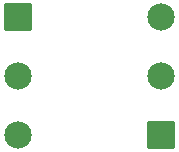
<source format=gbr>
%TF.GenerationSoftware,KiCad,Pcbnew,8.0.6-8.0.6-0~ubuntu22.04.1*%
%TF.CreationDate,2025-01-28T14:04:11+10:30*%
%TF.ProjectId,wetmate,7765746d-6174-4652-9e6b-696361645f70,rev?*%
%TF.SameCoordinates,Original*%
%TF.FileFunction,Soldermask,Top*%
%TF.FilePolarity,Negative*%
%FSLAX46Y46*%
G04 Gerber Fmt 4.6, Leading zero omitted, Abs format (unit mm)*
G04 Created by KiCad (PCBNEW 8.0.6-8.0.6-0~ubuntu22.04.1) date 2025-01-28 14:04:11*
%MOMM*%
%LPD*%
G01*
G04 APERTURE LIST*
G04 Aperture macros list*
%AMRoundRect*
0 Rectangle with rounded corners*
0 $1 Rounding radius*
0 $2 $3 $4 $5 $6 $7 $8 $9 X,Y pos of 4 corners*
0 Add a 4 corners polygon primitive as box body*
4,1,4,$2,$3,$4,$5,$6,$7,$8,$9,$2,$3,0*
0 Add four circle primitives for the rounded corners*
1,1,$1+$1,$2,$3*
1,1,$1+$1,$4,$5*
1,1,$1+$1,$6,$7*
1,1,$1+$1,$8,$9*
0 Add four rect primitives between the rounded corners*
20,1,$1+$1,$2,$3,$4,$5,0*
20,1,$1+$1,$4,$5,$6,$7,0*
20,1,$1+$1,$6,$7,$8,$9,0*
20,1,$1+$1,$8,$9,$2,$3,0*%
G04 Aperture macros list end*
%ADD10RoundRect,0.102000X-1.050000X1.050000X-1.050000X-1.050000X1.050000X-1.050000X1.050000X1.050000X0*%
%ADD11C,2.304000*%
%ADD12RoundRect,0.102000X1.050000X-1.050000X1.050000X1.050000X-1.050000X1.050000X-1.050000X-1.050000X0*%
G04 APERTURE END LIST*
D10*
%TO.C,J1*%
X109000000Y-67500000D03*
D11*
X109000000Y-72500000D03*
X109000000Y-77500000D03*
%TD*%
D12*
%TO.C,J2*%
X121112500Y-77500000D03*
D11*
X121112500Y-72500000D03*
X121112500Y-67500000D03*
%TD*%
M02*

</source>
